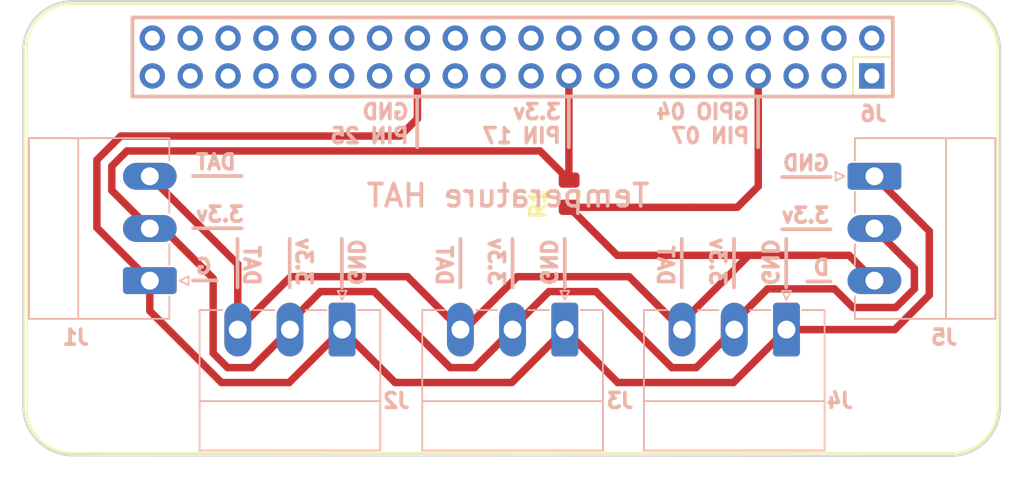
<source format=kicad_pcb>
(kicad_pcb (version 20211014) (generator pcbnew)
  (title_block (title "Raspbery Pi Zero - Thermometer HAT PCB") (date "2022-02-10") (company "Tomas Krojzl"))
  (layers (0 "F.Cu" signal) (31 "B.Cu" signal) (34 "B.Paste" user) (35 "F.Paste" user) (36 "B.SilkS" user "B.Silkscreen") (37 "F.SilkS" user "F.Silkscreen") (38 "B.Mask" user) (39 "F.Mask" user) (44 "Edge.Cuts" user))
  (net 0 "")
  (net 1 "Net-(J1-Pad1)")
  (net 2 "Net-(J1-Pad2)")
  (net 40 "Net-(J1-Pad3)")
  (footprint "Resistor_SMD:R_0805_2012Metric" (layer "F.Cu") (at 126.627261 93.185511 90)
    (fp_text reference "R1" (at -0.682489 -2.095261 90) (layer "F.SilkS") (effects (font (thickness 0.25))))
    (fp_text value "10kΩ")
    (fp_line (start -0.227064 -0.735) (end 0.227064 -0.735) (layer "F.SilkS") (width 0.12))
    (fp_line (start -0.227064 0.735) (end 0.227064 0.735) (layer "F.SilkS") (width 0.12))
    (pad "1" smd roundrect (at -0.9125 0 90) (size 1.025 1.4) (layers "F.Cu" "F.Paste" "F.Mask") (roundrect_rratio 0.243902439) (net 40 "Net-(J1-Pad3)"))
    (pad "2" smd roundrect (at 0.9125 0 90) (size 1.025 1.4) (layers "F.Cu" "F.Paste" "F.Mask") (roundrect_rratio 0.243902439) (net 2 "Net-(J1-Pad2)"))
  )
  (footprint "pcb-hat-lib:Raspberry_Pi_Zero_Custom_with_Header" (layer "F.Cu") (at 146.929261 85.287511 -90)
    (fp_text reference "J6" (at 2.530489 -0.102739) (layer "B.SilkS") (effects (font (thickness 0.25)) (justify mirror)))
    (fp_text value "Raspberry_Pi_2_3")
    (fp_line (start 25.29 53.63) (end 25.29 -5.37) (layer "F.SilkS") (width 0.12))
    (fp_line (start 0 -1.33) (end 1.33 -1.33) (layer "F.SilkS") (width 0.12))
    (fp_line (start -4.83 53.63) (end -4.83 -5.37) (layer "F.SilkS") (width 0.12))
    (fp_line (start -1.27 -1.33) (end -1.27 1.27) (layer "F.SilkS") (width 0.12))
    (fp_line (start -3.87 -1.33) (end -1.27 -1.33) (layer "F.SilkS") (width 0.12))
    (fp_line (start -1.77 -8.43) (end 22.23 -8.43) (layer "F.SilkS") (width 0.12))
    (fp_line (start 1.33 -1.33) (end 1.33 0) (layer "F.SilkS") (width 0.12))
    (fp_line (start 1.33 1.27) (end 1.33 49.59) (layer "F.SilkS") (width 0.12))
    (fp_line (start -1.27 1.27) (end 1.33 1.27) (layer "F.SilkS") (width 0.12))
    (fp_line (start -3.87 -1.33) (end -3.87 49.59) (layer "F.SilkS") (width 0.12))
    (fp_line (start -3.87 49.59) (end 1.33 49.59) (layer "F.SilkS") (width 0.12))
    (fp_line (start 22.23 56.69) (end -1.77 56.69) (layer "F.SilkS") (width 0.12))
    (fp_arc (start -1.77 56.69) (mid -3.933747 55.793747) (end -4.83 53.63) (layer "F.SilkS") (width 0.12))
    (fp_arc (start -4.83 -5.37) (mid -3.933747 -7.533747) (end -1.77 -8.43) (layer "F.SilkS") (width 0.12))
    (fp_arc (start 25.29 53.63) (mid 24.393747 55.793747) (end 22.23 56.69) (layer "F.SilkS") (width 0.12))
    (fp_arc (start 22.23 -8.43) (mid 24.393747 -7.533747) (end 25.29 -5.37) (layer "F.SilkS") (width 0.12))
    (pad "" np_thru_hole circle (at -1.27 -4.87) (size 2.75 2.75) (drill 2.75) (layers *.Cu *.Mask))
    (pad "" np_thru_hole circle (at 21.73 53.13) (size 2.75 2.75) (drill 2.75) (layers *.Cu *.Mask))
    (pad "" np_thru_hole circle (at -1.27 53.13) (size 2.75 2.75) (drill 2.75) (layers *.Cu *.Mask))
    (pad "" np_thru_hole circle (at 21.73 -4.87) (size 2.75 2.75) (drill 2.75) (layers *.Cu *.Mask))
    (pad "1" thru_hole rect (at 0 0 270) (size 1.7 1.7) (drill 1) (layers *.Cu *.Mask))
    (pad "2" thru_hole oval (at -2.54 0 270) (size 1.7 1.7) (drill 1) (layers *.Cu *.Mask))
    (pad "3" thru_hole oval (at 0 2.54 270) (size 1.7 1.7) (drill 1) (layers *.Cu *.Mask))
    (pad "4" thru_hole oval (at -2.54 2.54 270) (size 1.7 1.7) (drill 1) (layers *.Cu *.Mask))
    (pad "5" thru_hole oval (at 0 5.08 270) (size 1.7 1.7) (drill 1) (layers *.Cu *.Mask))
    (pad "6" thru_hole oval (at -2.54 5.08 270) (size 1.7 1.7) (drill 1) (layers *.Cu *.Mask))
    (pad "7" thru_hole oval (at 0 7.62 270) (size 1.7 1.7) (drill 1) (layers *.Cu *.Mask) (net 40 "Net-(J1-Pad3)"))
    (pad "8" thru_hole oval (at -2.54 7.62 270) (size 1.7 1.7) (drill 1) (layers *.Cu *.Mask))
    (pad "9" thru_hole oval (at 0 10.16 270) (size 1.7 1.7) (drill 1) (layers *.Cu *.Mask))
    (pad "10" thru_hole oval (at -2.54 10.16 270) (size 1.7 1.7) (drill 1) (layers *.Cu *.Mask))
    (pad "11" thru_hole oval (at 0 12.7 270) (size 1.7 1.7) (drill 1) (layers *.Cu *.Mask))
    (pad "12" thru_hole oval (at -2.54 12.7 270) (size 1.7 1.7) (drill 1) (layers *.Cu *.Mask))
    (pad "13" thru_hole oval (at 0 15.24 270) (size 1.7 1.7) (drill 1) (layers *.Cu *.Mask))
    (pad "14" thru_hole oval (at -2.54 15.24 270) (size 1.7 1.7) (drill 1) (layers *.Cu *.Mask))
    (pad "15" thru_hole oval (at 0 17.78 270) (size 1.7 1.7) (drill 1) (layers *.Cu *.Mask))
    (pad "16" thru_hole oval (at -2.54 17.78 270) (size 1.7 1.7) (drill 1) (layers *.Cu *.Mask))
    (pad "17" thru_hole oval (at 0 20.32 270) (size 1.7 1.7) (drill 1) (layers *.Cu *.Mask) (net 2 "Net-(J1-Pad2)"))
    (pad "18" thru_hole oval (at -2.54 20.32 270) (size 1.7 1.7) (drill 1) (layers *.Cu *.Mask))
    (pad "19" thru_hole oval (at 0 22.86 270) (size 1.7 1.7) (drill 1) (layers *.Cu *.Mask))
    (pad "20" thru_hole oval (at -2.54 22.86 270) (size 1.7 1.7) (drill 1) (layers *.Cu *.Mask))
    (pad "21" thru_hole oval (at 0 25.4 270) (size 1.7 1.7) (drill 1) (layers *.Cu *.Mask))
    (pad "22" thru_hole oval (at -2.54 25.4 270) (size 1.7 1.7) (drill 1) (layers *.Cu *.Mask))
    (pad "23" thru_hole oval (at 0 27.94 270) (size 1.7 1.7) (drill 1) (layers *.Cu *.Mask))
    (pad "24" thru_hole oval (at -2.54 27.94 270) (size 1.7 1.7) (drill 1) (layers *.Cu *.Mask))
    (pad "25" thru_hole oval (at 0 30.48 270) (size 1.7 1.7) (drill 1) (layers *.Cu *.Mask) (net 1 "Net-(J1-Pad1)"))
    (pad "26" thru_hole oval (at -2.54 30.48 270) (size 1.7 1.7) (drill 1) (layers *.Cu *.Mask))
    (pad "27" thru_hole oval (at 0 33.02 270) (size 1.7 1.7) (drill 1) (layers *.Cu *.Mask))
    (pad "28" thru_hole oval (at -2.54 33.02 270) (size 1.7 1.7) (drill 1) (layers *.Cu *.Mask))
    (pad "29" thru_hole oval (at 0 35.56 270) (size 1.7 1.7) (drill 1) (layers *.Cu *.Mask))
    (pad "30" thru_hole oval (at -2.54 35.56 270) (size 1.7 1.7) (drill 1) (layers *.Cu *.Mask))
    (pad "31" thru_hole oval (at 0 38.1 270) (size 1.7 1.7) (drill 1) (layers *.Cu *.Mask))
    (pad "32" thru_hole oval (at -2.54 38.1 270) (size 1.7 1.7) (drill 1) (layers *.Cu *.Mask))
    (pad "33" thru_hole oval (at 0 40.64 270) (size 1.7 1.7) (drill 1) (layers *.Cu *.Mask))
    (pad "34" thru_hole oval (at -2.54 40.64 270) (size 1.7 1.7) (drill 1) (layers *.Cu *.Mask))
    (pad "35" thru_hole oval (at 0 43.18 270) (size 1.7 1.7) (drill 1) (layers *.Cu *.Mask))
    (pad "36" thru_hole oval (at -2.54 43.18 270) (size 1.7 1.7) (drill 1) (layers *.Cu *.Mask))
    (pad "37" thru_hole oval (at 0 45.72 270) (size 1.7 1.7) (drill 1) (layers *.Cu *.Mask))
    (pad "38" thru_hole oval (at -2.54 45.72 270) (size 1.7 1.7) (drill 1) (layers *.Cu *.Mask))
    (pad "39" thru_hole oval (at 0 48.26 270) (size 1.7 1.7) (drill 1) (layers *.Cu *.Mask))
    (pad "40" thru_hole oval (at -2.54 48.26 270) (size 1.7 1.7) (drill 1) (layers *.Cu *.Mask))
  )
  (footprint "Connector_Phoenix_MC:PhoenixContact_MC_1,5_3-G-3.5_1x03_P3.50mm_Horizontal" (layer "B.Cu") (at 111.399261 102.3 180)
    (fp_text reference "J2" (at -3.632739 -4.768) (layer "B.SilkS") (effects (font (thickness 0.25)) (justify mirror)))
    (fp_text value "Screw_Terminal_01x03")
    (fp_line (start -2.56 1.31) (end -2.56 -8.11) (layer "B.SilkS") (width 0.12))
    (fp_line (start -2.56 -8.11) (end 9.56 -8.11) (layer "B.SilkS") (width 0.12))
    (fp_line (start -0.3 2.6) (end 0.3 2.6) (layer "B.SilkS") (width 0.12))
    (fp_line (start 1.05 1.31) (end 2.45 1.31) (layer "B.SilkS") (width 0.12))
    (fp_line (start -2.56 1.31) (end -1.05 1.31) (layer "B.SilkS") (width 0.12))
    (fp_line (start 4.55 1.31) (end 5.95 1.31) (layer "B.SilkS") (width 0.12))
    (fp_line (start -2.56 -4.8) (end 9.56 -4.8) (layer "B.SilkS") (width 0.12))
    (fp_line (start 0 2) (end -0.3 2.6) (layer "B.SilkS") (width 0.12))
    (fp_line (start 9.56 1.31) (end 8.05 1.31) (layer "B.SilkS") (width 0.12))
    (fp_line (start 0.3 2.6) (end 0 2) (layer "B.SilkS") (width 0.12))
    (fp_line (start 9.56 -8.11) (end 9.56 1.31) (layer "B.SilkS") (width 0.12))
    (pad "1" thru_hole roundrect (at 0 0 180) (size 1.8 3.6) (drill 1.2) (layers *.Cu *.Mask) (roundrect_rratio 0.1388888889) (net 1 "Net-(J1-Pad1)"))
    (pad "2" thru_hole oval (at 3.5 0 180) (size 1.8 3.6) (drill 1.2) (layers *.Cu *.Mask) (net 2 "Net-(J1-Pad2)"))
    (pad "3" thru_hole oval (at 7 0 180) (size 1.8 3.6) (drill 1.2) (layers *.Cu *.Mask) (net 40 "Net-(J1-Pad3)"))
  )
  (footprint "Connector_Phoenix_MC:PhoenixContact_MC_1,5_3-G-3.5_1x03_P3.50mm_Horizontal" (layer "B.Cu") (at 98.5 99.017511 90)
    (fp_text reference "J1" (at -3.800489 -4.968) (layer "B.SilkS") (effects (font (thickness 0.25)) (justify mirror)))
    (fp_text value "Screw_Terminal_01x03")
    (fp_line (start 9.56 1.31) (end 8.05 1.31) (layer "B.SilkS") (width 0.12))
    (fp_line (start -2.56 -4.8) (end 9.56 -4.8) (layer "B.SilkS") (width 0.12))
    (fp_line (start -0.3 2.6) (end 0.3 2.6) (layer "B.SilkS") (width 0.12))
    (fp_line (start 1.05 1.31) (end 2.45 1.31) (layer "B.SilkS") (width 0.12))
    (fp_line (start 9.56 -8.11) (end 9.56 1.31) (layer "B.SilkS") (width 0.12))
    (fp_line (start -2.56 1.31) (end -2.56 -8.11) (layer "B.SilkS") (width 0.12))
    (fp_line (start 0.3 2.6) (end 0 2) (layer "B.SilkS") (width 0.12))
    (fp_line (start 0 2) (end -0.3 2.6) (layer "B.SilkS") (width 0.12))
    (fp_line (start 4.55 1.31) (end 5.95 1.31) (layer "B.SilkS") (width 0.12))
    (fp_line (start -2.56 1.31) (end -1.05 1.31) (layer "B.SilkS") (width 0.12))
    (fp_line (start -2.56 -8.11) (end 9.56 -8.11) (layer "B.SilkS") (width 0.12))
    (pad "1" thru_hole roundrect (at 0 0 90) (size 1.8 3.6) (drill 1.2) (layers *.Cu *.Mask) (roundrect_rratio 0.1388888889) (net 1 "Net-(J1-Pad1)"))
    (pad "2" thru_hole oval (at 3.5 0 90) (size 1.8 3.6) (drill 1.2) (layers *.Cu *.Mask) (net 2 "Net-(J1-Pad2)"))
    (pad "3" thru_hole oval (at 7 0 90) (size 1.8 3.6) (drill 1.2) (layers *.Cu *.Mask) (net 40 "Net-(J1-Pad3)"))
  )
  (footprint "Connector_Phoenix_MC:PhoenixContact_MC_1,5_3-G-3.5_1x03_P3.50mm_Horizontal" (layer "B.Cu") (at 141.199261 102.3 180)
    (fp_text reference "J4" (at -3.582739 -4.768) (layer "B.SilkS") (effects (font (thickness 0.25)) (justify mirror)))
    (fp_text value "Screw_Terminal_01x03")
    (fp_line (start 0.3 2.6) (end 0 2) (layer "B.SilkS") (width 0.12))
    (fp_line (start 9.56 1.31) (end 8.05 1.31) (layer "B.SilkS") (width 0.12))
    (fp_line (start -2.56 -4.8) (end 9.56 -4.8) (layer "B.SilkS") (width 0.12))
    (fp_line (start 4.55 1.31) (end 5.95 1.31) (layer "B.SilkS") (width 0.12))
    (fp_line (start -2.56 1.31) (end -2.56 -8.11) (layer "B.SilkS") (width 0.12))
    (fp_line (start 1.05 1.31) (end 2.45 1.31) (layer "B.SilkS") (width 0.12))
    (fp_line (start -2.56 -8.11) (end 9.56 -8.11) (layer "B.SilkS") (width 0.12))
    (fp_line (start 9.56 -8.11) (end 9.56 1.31) (layer "B.SilkS") (width 0.12))
    (fp_line (start 0 2) (end -0.3 2.6) (layer "B.SilkS") (width 0.12))
    (fp_line (start -2.56 1.31) (end -1.05 1.31) (layer "B.SilkS") (width 0.12))
    (fp_line (start -0.3 2.6) (end 0.3 2.6) (layer "B.SilkS") (width 0.12))
    (pad "1" thru_hole roundrect (at 0 0 180) (size 1.8 3.6) (drill 1.2) (layers *.Cu *.Mask) (roundrect_rratio 0.1388888889) (net 1 "Net-(J1-Pad1)"))
    (pad "2" thru_hole oval (at 3.5 0 180) (size 1.8 3.6) (drill 1.2) (layers *.Cu *.Mask) (net 2 "Net-(J1-Pad2)"))
    (pad "3" thru_hole oval (at 7 0 180) (size 1.8 3.6) (drill 1.2) (layers *.Cu *.Mask) (net 40 "Net-(J1-Pad3)"))
  )
  (footprint "Connector_Phoenix_MC:PhoenixContact_MC_1,5_3-G-3.5_1x03_P3.50mm_Horizontal" (layer "B.Cu") (at 147.1 92.017511 -90)
    (fp_text reference "J5" (at 10.800489 -4.682 180) (layer "B.SilkS") (effects (font (thickness 0.25)) (justify mirror)))
    (fp_text value "Screw_Terminal_01x03")
    (fp_line (start 4.55 1.31) (end 5.95 1.31) (layer "B.SilkS") (width 0.12))
    (fp_line (start -2.56 1.31) (end -2.56 -8.11) (layer "B.SilkS") (width 0.12))
    (fp_line (start 0.3 2.6) (end 0 2) (layer "B.SilkS") (width 0.12))
    (fp_line (start -2.56 -4.8) (end 9.56 -4.8) (layer "B.SilkS") (width 0.12))
    (fp_line (start 0 2) (end -0.3 2.6) (layer "B.SilkS") (width 0.12))
    (fp_line (start 1.05 1.31) (end 2.45 1.31) (layer "B.SilkS") (width 0.12))
    (fp_line (start 9.56 1.31) (end 8.05 1.31) (layer "B.SilkS") (width 0.12))
    (fp_line (start 9.56 -8.11) (end 9.56 1.31) (layer "B.SilkS") (width 0.12))
    (fp_line (start -2.56 1.31) (end -1.05 1.31) (layer "B.SilkS") (width 0.12))
    (fp_line (start -0.3 2.6) (end 0.3 2.6) (layer "B.SilkS") (width 0.12))
    (fp_line (start -2.56 -8.11) (end 9.56 -8.11) (layer "B.SilkS") (width 0.12))
    (pad "1" thru_hole roundrect (at 0 0 270) (size 1.8 3.6) (drill 1.2) (layers *.Cu *.Mask) (roundrect_rratio 0.1388888889) (net 1 "Net-(J1-Pad1)"))
    (pad "2" thru_hole oval (at 3.5 0 270) (size 1.8 3.6) (drill 1.2) (layers *.Cu *.Mask) (net 2 "Net-(J1-Pad2)"))
    (pad "3" thru_hole oval (at 7 0 270) (size 1.8 3.6) (drill 1.2) (layers *.Cu *.Mask) (net 40 "Net-(J1-Pad3)"))
  )
  (footprint "Connector_Phoenix_MC:PhoenixContact_MC_1,5_3-G-3.5_1x03_P3.50mm_Horizontal" (layer "B.Cu") (at 126.332 102.3 180)
    (fp_text reference "J3" (at -3.7 -4.768) (layer "B.SilkS") (effects (font (thickness 0.25)) (justify mirror)))
    (fp_text value "Screw_Terminal_01x03")
    (fp_line (start -2.56 -8.11) (end 9.56 -8.11) (layer "B.SilkS") (width 0.12))
    (fp_line (start -2.56 1.31) (end -2.56 -8.11) (layer "B.SilkS") (width 0.12))
    (fp_line (start -2.56 -4.8) (end 9.56 -4.8) (layer "B.SilkS") (width 0.12))
    (fp_line (start 0 2) (end -0.3 2.6) (layer "B.SilkS") (width 0.12))
    (fp_line (start 9.56 -8.11) (end 9.56 1.31) (layer "B.SilkS") (width 0.12))
    (fp_line (start -2.56 1.31) (end -1.05 1.31) (layer "B.SilkS") (width 0.12))
    (fp_line (start 4.55 1.31) (end 5.95 1.31) (layer "B.SilkS") (width 0.12))
    (fp_line (start 0.3 2.6) (end 0 2) (layer "B.SilkS") (width 0.12))
    (fp_line (start 9.56 1.31) (end 8.05 1.31) (layer "B.SilkS") (width 0.12))
    (fp_line (start 1.05 1.31) (end 2.45 1.31) (layer "B.SilkS") (width 0.12))
    (fp_line (start -0.3 2.6) (end 0.3 2.6) (layer "B.SilkS") (width 0.12))
    (pad "1" thru_hole roundrect (at 0 0 180) (size 1.8 3.6) (drill 1.2) (layers *.Cu *.Mask) (roundrect_rratio 0.1388888889) (net 1 "Net-(J1-Pad1)"))
    (pad "2" thru_hole oval (at 3.5 0 180) (size 1.8 3.6) (drill 1.2) (layers *.Cu *.Mask) (net 2 "Net-(J1-Pad2)"))
    (pad "3" thru_hole oval (at 7 0 180) (size 1.8 3.6) (drill 1.2) (layers *.Cu *.Mask) (net 40 "Net-(J1-Pad3)"))
  )
  (gr_line (start 142.6 99.068) (end 144.157 99.068) (layer "B.SilkS") (width 0.25))
  (gr_line (start 104.382 96.218) (end 104.382 99.468) (layer "B.SilkS") (width 0.25))
  (gr_line (start 140.907 95.568) (end 144.157 95.568) (layer "B.SilkS") (width 0.25))
  (gr_line (start 101.407 95.5) (end 104.657 95.5) (layer "B.SilkS") (width 0.25))
  (gr_line (start 139.3 86.768) (end 139.3 90.068) (layer "B.SilkS") (width 0.25))
  (gr_line (start 137.682 96.218) (end 137.682 99.468) (layer "B.SilkS") (width 0.25))
  (gr_line (start 107.882 96.218) (end 107.882 99.468) (layer "B.SilkS") (width 0.25))
  (gr_line (start 116.432 86.768) (end 116.432 90.068) (layer "B.SilkS") (width 0.25))
  (gr_rect (start 97.332 81.368) (end 148.332 86.668) (layer "B.SilkS") (width 0.25) (fill none))
  (gr_line (start 119.332 96.218) (end 119.332 99.468) (layer "B.SilkS") (width 0.25))
  (gr_line (start 111.382 96.218) (end 111.382 99.468) (layer "B.SilkS") (width 0.25))
  (gr_line (start 141.182 96.218) (end 141.182 99.468) (layer "B.SilkS") (width 0.25))
  (gr_line (start 126.332 96.218) (end 126.332 99.468) (layer "B.SilkS") (width 0.25))
  (gr_line (start 140.907 92.068) (end 144.157 92.068) (layer "B.SilkS") (width 0.25))
  (gr_line (start 101.407 99) (end 103 99) (layer "B.SilkS") (width 0.25))
  (gr_line (start 101.407 92) (end 104.657 92) (layer "B.SilkS") (width 0.25))
  (gr_line (start 134.182 96.218) (end 134.182 99.468) (layer "B.SilkS") (width 0.25))
  (gr_line (start 126.6 86.768) (end 126.6 90.068) (layer "B.SilkS") (width 0.25))
  (gr_line (start 122.832 96.218) (end 122.832 99.468) (layer "B.SilkS") (width 0.25))
  (gr_line (start 152.232 80.268) (end 93.332 80.268) (layer "Edge.Cuts") (width 0.15))
  (gr_line (start 93.365452 110.734548) (end 152.232001 110.768001) (layer "Edge.Cuts") (width 0.15))
  (gr_line (start 155.532001 107.468001) (end 155.532 83.568) (layer "Edge.Cuts") (width 0.15))
  (gr_arc (start 93.365452 110.734548) (mid 91.003274 109.779899) (end 90.008 107.434548) (layer "Edge.Cuts") (width 0.15))
  (gr_arc (start 152.232 80.268) (mid 154.565452 81.234548) (end 155.532 83.568) (layer "Edge.Cuts") (width 0.15))
  (gr_arc (start 90.008 83.568) (mid 90.986548 81.229577) (end 93.332 80.268) (layer "Edge.Cuts") (width 0.15))
  (gr_line (start 90.008 83.568) (end 90.008 107.434548) (layer "Edge.Cuts") (width 0.15))
  (gr_arc (start 155.532001 107.468001) (mid 154.565453 109.801453) (end 152.232001 110.768001) (layer "Edge.Cuts") (width 0.15))
  (gr_text "DAT" (at 118.232 99.475 -90) (layer "B.SilkS") (effects (font (size 1 1) (thickness 0.25)) (justify left mirror)))
  (gr_text "DAT" (at 105.332 99.475 -90) (layer "B.SilkS") (effects (font (size 1 1) (thickness 0.25)) (justify left mirror)))
  (gr_text "3.3v" (at 144.207 94.636) (layer "B.SilkS") (effects (font (size 1 1) (thickness 0.25)) (justify left mirror)))
  (gr_text "3.3v" (at 108.832 99.475 -90) (layer "B.SilkS") (effects (font (size 1 1) (thickness 0.25)) (justify left mirror)))
  (gr_text "3.3v\nPIN 17" (at 126.2 88.5) (layer "B.SilkS") (effects (font (size 1 1) (thickness 0.25)) (justify left mirror)))
  (gr_text "GND\nPIN 25" (at 116 88.5) (layer "B.SilkS") (effects (font (size 1 1) (thickness 0.25)) (justify left mirror)))
  (gr_text "3.3v" (at 136.582 99.475 -90) (layer "B.SilkS") (effects (font (size 1 1) (thickness 0.25)) (justify left mirror)))
  (gr_text "GND" (at 112.332 99.475 -90) (layer "B.SilkS") (effects (font (size 1 1) (thickness 0.25)) (justify left mirror)))
  (gr_text "GND" (at 140.082 99.475 -90) (layer "B.SilkS") (effects (font (size 1 1) (thickness 0.25)) (justify left mirror)))
  (gr_text "GND" (at 125.232 99.475 -90) (layer "B.SilkS") (effects (font (size 1 1) (thickness 0.25)) (justify left mirror)))
  (gr_text "GND" (at 144.207 91.136) (layer "B.SilkS") (effects (font (size 1 1) (thickness 0.25)) (justify left mirror)))
  (gr_text "DAT" (at 133.082 99.475 -90) (layer "B.SilkS") (effects (font (size 1 1) (thickness 0.25)) (justify left mirror)))
  (gr_text "G" (at 101.457 98.068) (layer "B.SilkS") (effects (font (size 1 1) (thickness 0.25)) (justify right mirror)))
  (gr_text "GPIO 04\nPIN 07" (at 138.85 88.5) (layer "B.SilkS") (effects (font (size 1 1) (thickness 0.25)) (justify left mirror)))
  (gr_text "DAT" (at 101.457 91.068) (layer "B.SilkS") (effects (font (size 1 1) (thickness 0.25)) (justify right mirror)))
  (gr_text "D" (at 144.207 98.136) (layer "B.SilkS") (effects (font (size 1 1) (thickness 0.25)) (justify left mirror)))
  (gr_text "Temperature HAT" (at 122.532 93.318) (layer "B.SilkS") (effects (font (size 1.5 1.5) (thickness 0.25)) (justify mirror)))
  (gr_text "3.3v" (at 121.732 99.475 -90) (layer "B.SilkS") (effects (font (size 1 1) (thickness 0.25)) (justify left mirror)))
  (gr_text "3.3v" (at 101.457 94.568) (layer "B.SilkS") (effects (font (size 1 1) (thickness 0.25)) (justify right mirror)))
  (segment (start 126.332 102.3) (end 129.88104 105.84904) (width 0.5) (layer "F.Cu") (net 1))
  (segment (start 98.5 101.047046) (end 103.301994 105.84904) (width 0.5) (layer "F.Cu") (net 1))
  (segment (start 150.78152 95.699031) (end 147.1 92.017511) (width 0.5) (layer "F.Cu") (net 1))
  (segment (start 107.850221 105.84904) (end 111.399261 102.3) (width 0.5) (layer "F.Cu") (net 1))
  (segment (start 137.650221 105.84904) (end 141.199261 102.3) (width 0.5) (layer "F.Cu") (net 1))
  (segment (start 141.199261 102.3) (end 148.463818 102.3) (width 0.5) (layer "F.Cu") (net 1))
  (segment (start 111.399261 102.3) (end 114.948301 105.84904) (width 0.5) (layer "F.Cu") (net 1))
  (segment (start 129.88104 105.84904) (end 137.650221 105.84904) (width 0.5) (layer "F.Cu") (net 1))
  (segment (start 103.301994 105.84904) (end 107.850221 105.84904) (width 0.5) (layer "F.Cu") (net 1))
  (segment (start 114.948301 105.84904) (end 122.78296 105.84904) (width 0.5) (layer "F.Cu") (net 1))
  (segment (start 116.449261 88.150739) (end 116.449261 85.287511) (width 0.5) (layer "F.Cu") (net 1))
  (segment (start 98.5 99.017511) (end 98.5 101.047046) (width 0.5) (layer "F.Cu") (net 1))
  (segment (start 148.463818 102.3) (end 150.78152 99.982298) (width 0.5) (layer "F.Cu") (net 1))
  (segment (start 122.78296 105.84904) (end 126.332 102.3) (width 0.5) (layer "F.Cu") (net 1))
  (segment (start 98.5 99.017511) (end 94.95096 95.468471) (width 0.5) (layer "F.Cu") (net 1))
  (segment (start 96.553204 89.318) (end 115.282 89.318) (width 0.5) (layer "F.Cu") (net 1))
  (segment (start 94.95096 90.920244) (end 96.553204 89.318) (width 0.5) (layer "F.Cu") (net 1))
  (segment (start 150.78152 99.982298) (end 150.78152 95.699031) (width 0.5) (layer "F.Cu") (net 1))
  (segment (start 94.95096 95.468471) (end 94.95096 90.920244) (width 0.5) (layer "F.Cu") (net 1))
  (segment (start 115.282 89.318) (end 116.449261 88.150739) (width 0.5) (layer "F.Cu") (net 1))
  (segment (start 126.627261 92.273011) (end 126.609261 92.255011) (width 0.5) (layer "F.Cu") (net 2))
  (segment (start 120.28248 104.84952) (end 122.832 102.3) (width 0.5) (layer "F.Cu") (net 2))
  (segment (start 98.5 95.517511) (end 95.95048 92.967991) (width 0.5) (layer "F.Cu") (net 2))
  (segment (start 144.417716 99.568) (end 145.667716 100.818) (width 0.5) (layer "F.Cu") (net 2))
  (segment (start 107.899261 101.8) (end 109.948781 99.75048) (width 0.5) (layer "F.Cu") (net 2))
  (segment (start 149.782 98.199511) (end 147.1 95.517511) (width 0.5) (layer "F.Cu") (net 2))
  (segment (start 105.349741 104.84952) (end 107.899261 102.3) (width 0.5) (layer "F.Cu") (net 2))
  (segment (start 96.966738 90.318) (end 124.67225 90.318) (width 0.5) (layer "F.Cu") (net 2))
  (segment (start 107.899261 102.3) (end 107.899261 101.8) (width 0.5) (layer "F.Cu") (net 2))
  (segment (start 98.5 95.517511) (end 99.4 95.517511) (width 0.5) (layer "F.Cu") (net 2))
  (segment (start 99.4 95.517511) (end 102.749741 98.867252) (width 0.5) (layer "F.Cu") (net 2))
  (segment (start 109.948781 99.75048) (end 113.549707 99.75048) (width 0.5) (layer "F.Cu") (net 2))
  (segment (start 128.416968 99.75048) (end 133.516008 104.84952) (width 0.5) (layer "F.Cu") (net 2))
  (segment (start 124.67225 90.318) (end 126.627261 92.273011) (width 0.5) (layer "F.Cu") (net 2))
  (segment (start 95.95048 92.967991) (end 95.95048 91.334258) (width 0.5) (layer "F.Cu") (net 2))
  (segment (start 126.609261 92.255011) (end 126.609261 85.287511) (width 0.5) (layer "F.Cu") (net 2))
  (segment (start 135.149741 104.84952) (end 137.699261 102.3) (width 0.5) (layer "F.Cu") (net 2))
  (segment (start 137.699261 101.8) (end 139.931261 99.568) (width 0.5) (layer "F.Cu") (net 2))
  (segment (start 102.749741 103.883253) (end 103.716008 104.84952) (width 0.5) (layer "F.Cu") (net 2))
  (segment (start 118.648747 104.84952) (end 120.28248 104.84952) (width 0.5) (layer "F.Cu") (net 2))
  (segment (start 113.549707 99.75048) (end 118.648747 104.84952) (width 0.5) (layer "F.Cu") (net 2))
  (segment (start 137.699261 102.3) (end 137.699261 101.8) (width 0.5) (layer "F.Cu") (net 2))
  (segment (start 149.782 99.568284) (end 149.782 98.199511) (width 0.5) (layer "F.Cu") (net 2))
  (segment (start 145.667716 100.818) (end 148.532284 100.818) (width 0.5) (layer "F.Cu") (net 2))
  (segment (start 103.716008 104.84952) (end 105.349741 104.84952) (width 0.5) (layer "F.Cu") (net 2))
  (segment (start 102.749741 98.867252) (end 102.749741 103.883253) (width 0.5) (layer "F.Cu") (net 2))
  (segment (start 139.931261 99.568) (end 144.417716 99.568) (width 0.5) (layer "F.Cu") (net 2))
  (segment (start 148.532284 100.818) (end 149.782 99.568284) (width 0.5) (layer "F.Cu") (net 2))
  (segment (start 95.95048 91.334258) (end 96.966738 90.318) (width 0.5) (layer "F.Cu") (net 2))
  (segment (start 122.832 102.186466) (end 125.267986 99.75048) (width 0.5) (layer "F.Cu") (net 2))
  (segment (start 122.832 102.3) (end 122.832 102.186466) (width 0.5) (layer "F.Cu") (net 2))
  (segment (start 125.267986 99.75048) (end 128.416968 99.75048) (width 0.5) (layer "F.Cu") (net 2))
  (segment (start 133.516008 104.84952) (end 135.149741 104.84952) (width 0.5) (layer "F.Cu") (net 2))
  (segment (start 107.9483 98.750961) (end 115.782961 98.750961) (width 0.5) (layer "F.Cu") (net 40))
  (segment (start 104.399261 102.3) (end 107.9483 98.750961) (width 0.5) (layer "F.Cu") (net 40))
  (segment (start 104.399261 97.916772) (end 104.399261 102.3) (width 0.5) (layer "F.Cu") (net 40))
  (segment (start 134.199261 102.3) (end 134.199261 101.8) (width 0.5) (layer "F.Cu") (net 40))
  (segment (start 130.650221 98.75096) (end 134.199261 102.3) (width 0.5) (layer "F.Cu") (net 40))
  (segment (start 134.199261 101.8) (end 138.681261 97.318) (width 0.5) (layer "F.Cu") (net 40))
  (segment (start 98.5 92.017511) (end 104.399261 97.916772) (width 0.5) (layer "F.Cu") (net 40))
  (segment (start 145.400489 97.318) (end 143.282 97.318) (width 0.5) (layer "F.Cu") (net 40))
  (segment (start 115.782961 98.750961) (end 119.332 102.3) (width 0.5) (layer "F.Cu") (net 40))
  (segment (start 147.1 99.017511) (end 145.400489 97.318) (width 0.5) (layer "F.Cu") (net 40))
  (segment (start 139.309261 92.690739) (end 139.309261 85.287511) (width 0.5) (layer "F.Cu") (net 40))
  (segment (start 119.332 102.3) (end 119.599227 102.3) (width 0.5) (layer "F.Cu") (net 40))
  (segment (start 143.282 97.318) (end 129.84725 97.318) (width 0.5) (layer "F.Cu") (net 40))
  (segment (start 126.627261 94.098011) (end 135.001989 94.098011) (width 0.5) (layer "F.Cu") (net 40))
  (segment (start 123.148267 98.75096) (end 130.650221 98.75096) (width 0.5) (layer "F.Cu") (net 40))
  (segment (start 129.84725 97.318) (end 126.627261 94.098011) (width 0.5) (layer "F.Cu") (net 40))
  (segment (start 137.901989 94.098011) (end 139.309261 92.690739) (width 0.5) (layer "F.Cu") (net 40))
  (segment (start 119.599227 102.3) (end 123.148267 98.75096) (width 0.5) (layer "F.Cu") (net 40))
  (segment (start 135.001989 94.098011) (end 137.901989 94.098011) (width 0.5) (layer "F.Cu") (net 40))
  (segment (start 138.681261 97.318) (end 143.282 97.318) (width 0.5) (layer "F.Cu") (net 40))
)
</source>
